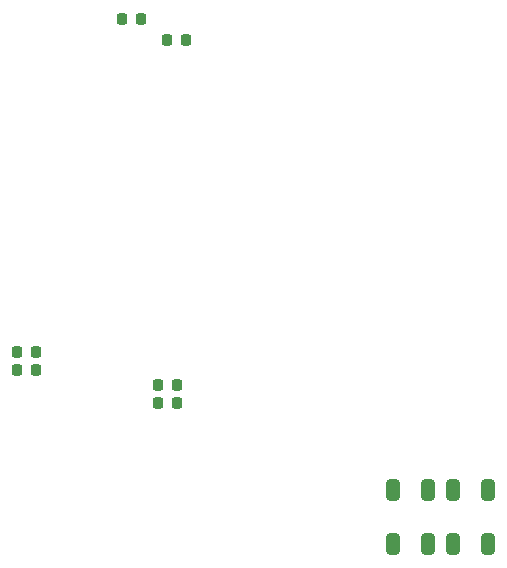
<source format=gbr>
%TF.GenerationSoftware,KiCad,Pcbnew,9.0.0*%
%TF.CreationDate,2025-04-17T15:03:59+12:00*%
%TF.ProjectId,Central_ECU,43656e74-7261-46c5-9f45-43552e6b6963,A*%
%TF.SameCoordinates,Original*%
%TF.FileFunction,Paste,Bot*%
%TF.FilePolarity,Positive*%
%FSLAX46Y46*%
G04 Gerber Fmt 4.6, Leading zero omitted, Abs format (unit mm)*
G04 Created by KiCad (PCBNEW 9.0.0) date 2025-04-17 15:03:59*
%MOMM*%
%LPD*%
G01*
G04 APERTURE LIST*
G04 Aperture macros list*
%AMRoundRect*
0 Rectangle with rounded corners*
0 $1 Rounding radius*
0 $2 $3 $4 $5 $6 $7 $8 $9 X,Y pos of 4 corners*
0 Add a 4 corners polygon primitive as box body*
4,1,4,$2,$3,$4,$5,$6,$7,$8,$9,$2,$3,0*
0 Add four circle primitives for the rounded corners*
1,1,$1+$1,$2,$3*
1,1,$1+$1,$4,$5*
1,1,$1+$1,$6,$7*
1,1,$1+$1,$8,$9*
0 Add four rect primitives between the rounded corners*
20,1,$1+$1,$2,$3,$4,$5,0*
20,1,$1+$1,$4,$5,$6,$7,0*
20,1,$1+$1,$6,$7,$8,$9,0*
20,1,$1+$1,$8,$9,$2,$3,0*%
G04 Aperture macros list end*
%ADD10RoundRect,0.225000X0.225000X0.250000X-0.225000X0.250000X-0.225000X-0.250000X0.225000X-0.250000X0*%
%ADD11RoundRect,0.250000X-0.325000X-0.650000X0.325000X-0.650000X0.325000X0.650000X-0.325000X0.650000X0*%
%ADD12RoundRect,0.225000X-0.225000X-0.250000X0.225000X-0.250000X0.225000X0.250000X-0.225000X0.250000X0*%
G04 APERTURE END LIST*
D10*
%TO.C,C3*%
X147333000Y-136144000D03*
X145783000Y-136144000D03*
%TD*%
%TO.C,C2*%
X135395000Y-131826000D03*
X133845000Y-131826000D03*
%TD*%
D11*
%TO.C,C33*%
X165657000Y-143510000D03*
X168607000Y-143510000D03*
%TD*%
D12*
%TO.C,C10*%
X146545000Y-105410000D03*
X148095000Y-105410000D03*
%TD*%
D10*
%TO.C,C7*%
X144285000Y-103632000D03*
X142735000Y-103632000D03*
%TD*%
%TO.C,C4*%
X147333000Y-134620000D03*
X145783000Y-134620000D03*
%TD*%
D11*
%TO.C,C34*%
X165657000Y-148082000D03*
X168607000Y-148082000D03*
%TD*%
D10*
%TO.C,C1*%
X135395000Y-133350000D03*
X133845000Y-133350000D03*
%TD*%
D11*
%TO.C,C31*%
X170737000Y-148082000D03*
X173687000Y-148082000D03*
%TD*%
%TO.C,C30*%
X170737000Y-143510000D03*
X173687000Y-143510000D03*
%TD*%
M02*

</source>
